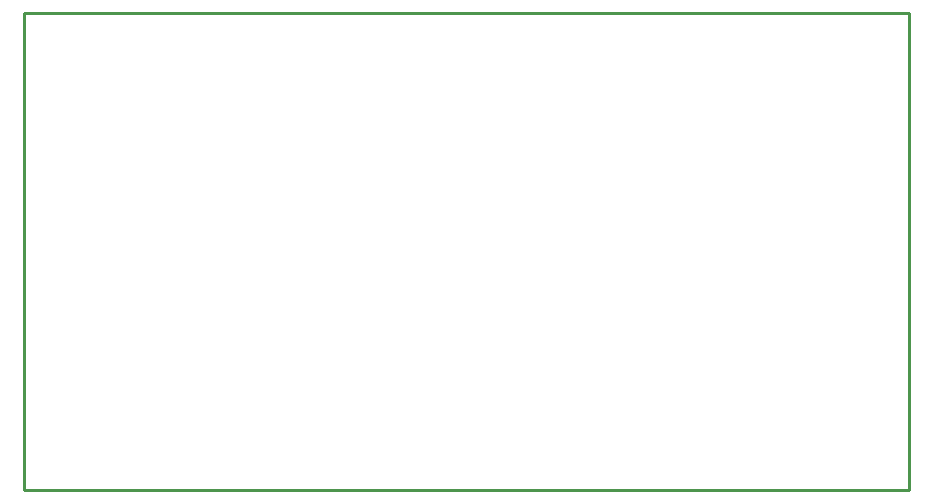
<source format=gko>
G04*
G04 #@! TF.GenerationSoftware,Altium Limited,Altium Designer,20.2.7 (254)*
G04*
G04 Layer_Color=16711935*
%FSLAX24Y24*%
%MOIN*%
G70*
G04*
G04 #@! TF.SameCoordinates,A2DF4F17-84A0-47B6-94FA-DBA5B2F971EF*
G04*
G04*
G04 #@! TF.FilePolarity,Positive*
G04*
G01*
G75*
%ADD15C,0.0100*%
D15*
X19850Y35800D02*
X49350D01*
X19850Y19900D02*
Y35800D01*
X49350Y19900D02*
Y35800D01*
X19850Y19900D02*
X49350D01*
M02*

</source>
